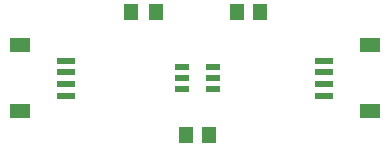
<source format=gbr>
%TF.GenerationSoftware,KiCad,Pcbnew,(6.0.6)*%
%TF.CreationDate,2022-11-09T12:37:34+01:00*%
%TF.ProjectId,i2c esd protection,69326320-6573-4642-9070-726f74656374,rev?*%
%TF.SameCoordinates,Original*%
%TF.FileFunction,Paste,Top*%
%TF.FilePolarity,Positive*%
%FSLAX46Y46*%
G04 Gerber Fmt 4.6, Leading zero omitted, Abs format (unit mm)*
G04 Created by KiCad (PCBNEW (6.0.6)) date 2022-11-09 12:37:34*
%MOMM*%
%LPD*%
G01*
G04 APERTURE LIST*
%ADD10R,1.200000X1.400000*%
%ADD11R,1.550000X0.600000*%
%ADD12R,1.800000X1.200000*%
%ADD13R,1.150000X0.600000*%
%ADD14R,1.175000X1.450000*%
G04 APERTURE END LIST*
D10*
%TO.C,R2*%
X156956000Y-88646000D03*
X154956000Y-88646000D03*
%TD*%
%TO.C,R1*%
X159274000Y-78232000D03*
X161274000Y-78232000D03*
%TD*%
D11*
%TO.C,J2*%
X144780000Y-85320000D03*
X144780000Y-84320000D03*
X144780000Y-83320000D03*
X144780000Y-82320000D03*
D12*
X140905000Y-81020000D03*
X140905000Y-86620000D03*
%TD*%
D11*
%TO.C,J1*%
X166656000Y-82320000D03*
X166656000Y-83320000D03*
X166656000Y-84320000D03*
X166656000Y-85320000D03*
D12*
X170531000Y-86620000D03*
X170531000Y-81020000D03*
%TD*%
D13*
%TO.C,D1*%
X157256000Y-82870000D03*
X157256000Y-83820000D03*
X157256000Y-84770000D03*
X154656000Y-84770000D03*
X154656000Y-83820000D03*
X154656000Y-82870000D03*
%TD*%
D14*
%TO.C,C1*%
X150346500Y-78232000D03*
X152421500Y-78232000D03*
%TD*%
M02*

</source>
